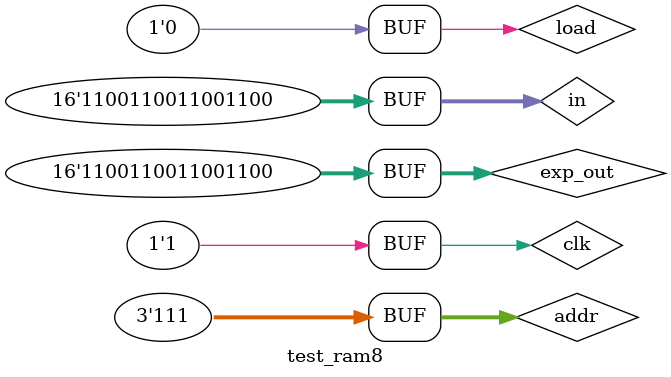
<source format=v>
module test_ram8();
   reg [15:0] in;
   reg [15:0] exp_out;
   reg [2:0]  addr;
   reg 	      load, clk;

   wire [15:0] out;

   ram8 u1(out, in, addr, load, clk);
   
   initial
     begin
	// load in data
	exp_out = 16'bzzzzzzzzzzzzzzzz; // indicates we don't care about value
	load = 1;
        in = 16'b0000000000000000; addr = 3'b000; clk = 0; // addr 0
        #1 clk = 1;

        #1 in = 16'b1111111111111111; addr = 3'b001; clk = 0; // addr 1
        #1 clk = 1;

        #1 in = 16'b0000000011111111; addr = 3'b010; clk = 0; // addr 2
        #1 clk = 1;

        #1 in = 16'b1111111100000000; addr = 3'b011; clk = 0; // addr 3
        #1 clk = 1;

        #1 in = 16'b0000111100001111; addr = 3'b100; clk = 0; // addr 4
        #1 clk = 1;

        #1 in = 16'b1111000011110000; addr = 3'b101; clk = 0; // addr 5
        #1 clk = 1;

        #1 in = 16'b0011001100110011; addr = 3'b110; clk = 0; // addr 6
        #1 clk = 1;

        #1 in = 16'b1100110011001100; addr = 3'b111; clk = 0; // addr 7
        #1 clk = 1;

	// read out data
	#1
	load = 0;

	#1 addr = 3'b000; clk = 0; exp_out = 16'bzzzzzzzzzzzzzzzz; // addr 0
	#1 clk = 1; exp_out = 16'b0000000000000000;
	
	#1 addr = 3'b001; clk = 0; exp_out = 16'bzzzzzzzzzzzzzzzz; // addr 1
	#1 clk = 1; exp_out = 16'b1111111111111111;
	
	#1 addr = 3'b010; clk = 0; exp_out = 16'bzzzzzzzzzzzzzzzz; // addr 2
	#1 clk = 1; exp_out = 16'b0000000011111111;
	
	#1 addr = 3'b011; clk = 0; exp_out = 16'bzzzzzzzzzzzzzzzz; // addr 3
	#1 clk = 1; exp_out = 16'b1111111100000000;
	
	#1 addr = 3'b100; clk = 0; exp_out = 16'bzzzzzzzzzzzzzzzz; // addr 4
	#1 clk = 1; exp_out = 16'b0000111100001111;
	
	#1 addr = 3'b101; clk = 0; exp_out = 16'bzzzzzzzzzzzzzzzz; // addr 5
	#1 clk = 1; exp_out = 16'b1111000011110000;
	
	#1 addr = 3'b110; clk = 0; exp_out = 16'bzzzzzzzzzzzzzzzz; // addr 6
	#1 clk = 1; exp_out = 16'b0011001100110011;
	
	#1 addr = 3'b111; clk = 0; exp_out = 16'bzzzzzzzzzzzzzzzz; // addr 7
	#1 clk = 1; exp_out = 16'b1100110011001100;
     end
   
   initial
     $monitor("ram8 %d %b %b %b %b (%b %b)", $time, in, addr, load, clk, out, exp_out);

endmodule

</source>
